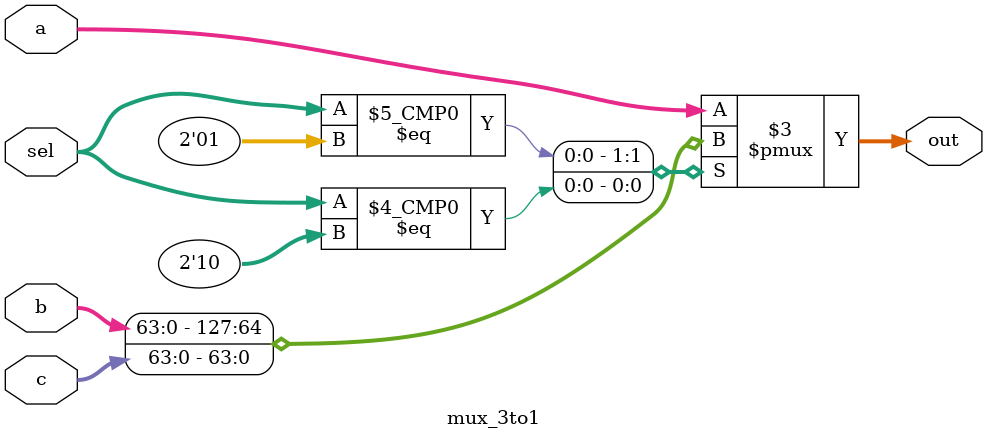
<source format=v>
`timescale 1ns / 1ps


module mux_3to1(
    input [63:0] a,        
    input [63:0] b,        
    input [63:0] c,        
    input [1:0] sel,       // Selection signal from forwarding unit
    output reg [63:0] out  // Selected output value
    );
    always @(*) begin
        case(sel)
            2'b00: out = a;    // No forwarding, use original value
            2'b01: out = b;   
            2'b10: out = c;   
            default: out = a;  // Default to original value
        endcase
    end 
endmodule
</source>
